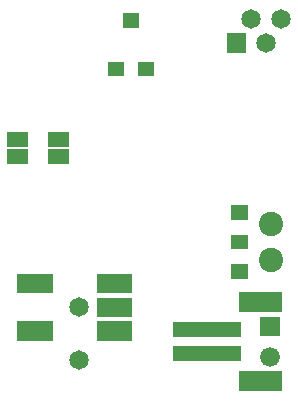
<source format=gts>
G04 start of page 6 for group -4063 idx -4063 *
G04 Title: (unknown), componentmask *
G04 Creator: pcb 20140316 *
G04 CreationDate: Wed 08 Apr 2015 09:09:57 AM GMT UTC *
G04 For: fosse *
G04 Format: Gerber/RS-274X *
G04 PCB-Dimensions (mil): 2290.00 1790.00 *
G04 PCB-Coordinate-Origin: lower left *
%MOIN*%
%FSLAX25Y25*%
%LNTOPMASK*%
%ADD77R,0.0691X0.0691*%
%ADD76R,0.0651X0.0651*%
%ADD75R,0.0493X0.0493*%
%ADD74R,0.0493X0.0493*%
%ADD73R,0.0490X0.0490*%
%ADD72R,0.0494X0.0494*%
%ADD71C,0.0660*%
%ADD70C,0.0001*%
%ADD69C,0.0810*%
%ADD68C,0.0651*%
G54D68*X55506Y23373D03*
Y41090D03*
G54D69*X119250Y57000D03*
G54D70*G36*
X115700Y38000D02*Y31400D01*
X122300D01*
Y38000D01*
X115700D01*
G37*
G54D71*X119000Y24700D03*
G54D70*G36*
X104654Y132453D02*Y125947D01*
X111160D01*
Y132453D01*
X104654D01*
G37*
G54D68*X112829Y137074D03*
X117750Y129200D03*
X122671Y137074D03*
G54D69*X119250Y68800D03*
G54D72*X47656Y96956D02*X49624D01*
X47656Y91444D02*X49624D01*
X33876Y96956D02*X35844D01*
X33876Y91444D02*X35844D01*
G54D73*X108600Y62900D02*X109400D01*
X108600Y53100D02*X109400D01*
X108600Y72700D02*X109400D01*
G54D74*X72552Y136700D02*X72947D01*
G54D75*X67631Y120559D02*X68025D01*
X77473D02*X77867D01*
G54D76*X64636Y48964D02*X69951D01*
X64636Y41090D02*X69951D01*
X64636Y33216D02*X69951D01*
X38061Y48964D02*X43376D01*
X38061Y33216D02*X43376D01*
G54D72*X89065Y33636D02*X106782D01*
X89065Y25762D02*X106782D01*
G54D77*X112097Y42889D02*X119577D01*
X112097Y16511D02*X119577D01*
M02*

</source>
